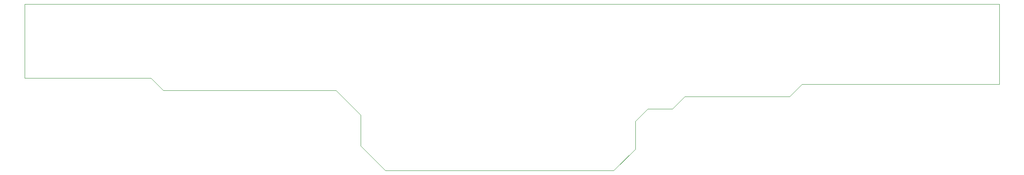
<source format=gbr>
G04 #@! TF.FileFunction,Profile,NP*
%FSLAX46Y46*%
G04 Gerber Fmt 4.6, Leading zero omitted, Abs format (unit mm)*
G04 Created by KiCad (PCBNEW 4.0.2-stable) date Monday, 08 August 2016 'pmt' 13:56:03*
%MOMM*%
G01*
G04 APERTURE LIST*
%ADD10C,0.100000*%
G04 APERTURE END LIST*
D10*
X231140000Y-33020000D02*
X271780000Y-33020000D01*
X228600000Y-35560000D02*
X231140000Y-33020000D01*
X207010000Y-35560000D02*
X228600000Y-35560000D01*
X204470000Y-38100000D02*
X207010000Y-35560000D01*
X199390000Y-38100000D02*
X204470000Y-38100000D01*
X196850000Y-40640000D02*
X199390000Y-38100000D01*
X196850000Y-46355000D02*
X196850000Y-40640000D01*
X192405000Y-50800000D02*
X196850000Y-46355000D01*
X145415000Y-50800000D02*
X192405000Y-50800000D01*
X143510000Y-48895000D02*
X145415000Y-50800000D01*
X140335000Y-45720000D02*
X143510000Y-48895000D01*
X140335000Y-39370000D02*
X140335000Y-45720000D01*
X135255000Y-34290000D02*
X140335000Y-39370000D01*
X99695000Y-34290000D02*
X135255000Y-34290000D01*
X99060000Y-33655000D02*
X99695000Y-34290000D01*
X97155000Y-31750000D02*
X99060000Y-33655000D01*
X71120000Y-31750000D02*
X97155000Y-31750000D01*
X271780000Y-16510000D02*
X271780000Y-33020000D01*
X71120000Y-16510000D02*
X271780000Y-16510000D01*
X71120000Y-16510000D02*
X71120000Y-31750000D01*
M02*

</source>
